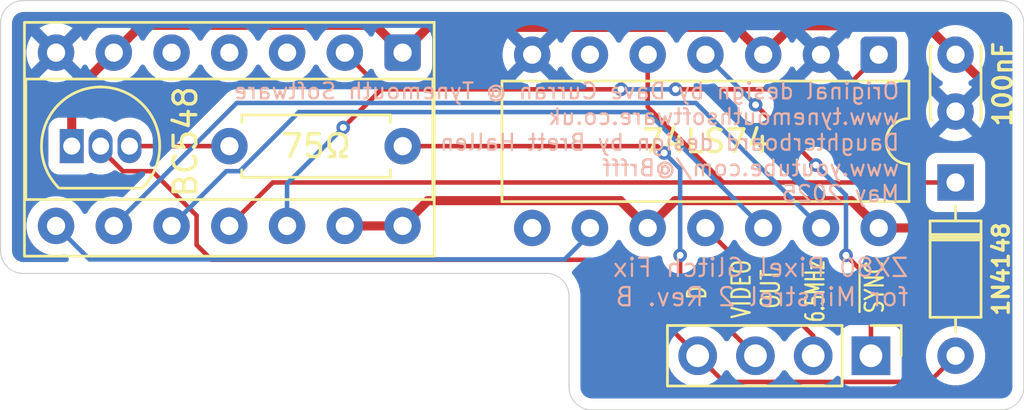
<source format=kicad_pcb>
(kicad_pcb (version 20241229) (generator "pcbnew") (generator_version "9.0")
  (title_block (title "Minstrel 2 v2.6 Pixel Sync Fix") (date "24-May-2025") (rev "Rev B") (company "Brett Hallen") (comment 1 "www.youtube.com/@Brfff") (comment 3 "www.tynemouthsoftware.co.uk") (comment 4 "Original design by Dave Curran @ Tynemouth Software"))
  (layers (0 "F.Cu" signal) (2 "B.Cu" signal) (13 "F.Paste" user) (15 "B.Paste" user) (5 "F.SilkS" user "F.Silkscreen") (7 "B.SilkS" user "B.Silkscreen") (1 "F.Mask" user) (3 "B.Mask" user) (25 "Edge.Cuts" user))
  (net 0 "")
  (net 1 "A")
  (net 2 "D")
  (net 3 "+5V")
  (net 4 "~{SYNC}")
  (net 5 "GND")
  (net 6 "SYNC")
  (net 9 "6.5MHz")
  (net 10 "B")
  (net 11 "C")
  (net 12 "VIDEO")
  (net 16 "VIDEO_OUT")
  (net 17 "Net-(TR101-E)")
  (footprint "Package_DIP:DIP-14_W7.62mm" (layer "F.Cu") (at 87.21 40.065 -90)
    (property "Reference" "IC202" (hide yes))
    (property "Value" "74LS74" (at 3.805 7.62 0) (layer "F.SilkS"))
    (fp_line (start 1.16 16.57) (end 6.46 16.57) (stroke (width 0.12)) (layer "F.SilkS"))
    (fp_line (start 6.46 16.57) (end 6.46 -1.33) (stroke (width 0.12)) (layer "F.SilkS"))
    (fp_line (start 1.16 -1.33) (end 1.16 16.57) (stroke (width 0.12)) (layer "F.SilkS"))
    (fp_line (start 2.81 -1.33) (end 1.16 -1.33) (stroke (width 0.12)) (layer "F.SilkS"))
    (fp_line (start 6.46 -1.33) (end 4.81 -1.33) (stroke (width 0.12)) (layer "F.SilkS"))
    (fp_arc (start 4.81 -1.33) (mid 3.81 -0.33) (end 2.81 -1.33) (stroke (width 0.12)) (layer "F.SilkS"))
    (pad "1" thru_hole roundrect (at 0 0 270) (size 1.6 1.6) (drill 0.8) (layers "*.Cu" "*.Mask") (roundrect_rratio 0.15625) (net 6 "SYNC"))
    (pad "2" thru_hole circle (at 0 2.54 270) (size 1.6 1.6) (drill 0.8) (layers "*.Cu" "*.Mask") (net 5 "GND"))
    (pad "3" thru_hole circle (at 0 5.08 270) (size 1.6 1.6) (drill 0.8) (layers "*.Cu" "*.Mask") (net 3 "+5V"))
    (pad "4" thru_hole circle (at 0 7.62 270) (size 1.6 1.6) (drill 0.8) (layers "*.Cu" "*.Mask") (net 4 "~{SYNC}"))
    (pad "5" thru_hole circle (at 0 10.16 270) (size 1.6 1.6) (drill 0.8) (layers "*.Cu" "*.Mask") (net 1 "A"))
    (pad "6" thru_hole circle (at 0 12.7 270) (size 1.6 1.6) (drill 0.8) (layers "*.Cu" "*.Mask"))
    (pad "7" thru_hole circle (at 0 15.24 270) (size 1.6 1.6) (drill 0.8) (layers "*.Cu" "*.Mask") (net 5 "GND"))
    (pad "8" thru_hole circle (at 7.62 15.24 270) (size 1.6 1.6) (drill 0.8) (layers "*.Cu" "*.Mask"))
    (pad "9" thru_hole circle (at 7.62 12.7 270) (size 1.6 1.6) (drill 0.8) (layers "*.Cu" "*.Mask") (net 11 "C"))
    (pad "10" thru_hole circle (at 7.62 10.16 270) (size 1.6 1.6) (drill 0.8) (layers "*.Cu" "*.Mask") (net 3 "+5V"))
    (pad "11" thru_hole circle (at 7.62 7.62 270) (size 1.6 1.6) (drill 0.8) (layers "*.Cu" "*.Mask") (net 9 "6.5MHz"))
    (pad "12" thru_hole circle (at 7.62 5.08 270) (size 1.6 1.6) (drill 0.8) (layers "*.Cu" "*.Mask") (net 12 "VIDEO"))
    (pad "13" thru_hole circle (at 7.62 2.54 270) (size 1.6 1.6) (drill 0.8) (layers "*.Cu" "*.Mask") (net 10 "B"))
    (pad "14" thru_hole circle (at 7.62 0 270) (size 1.6 1.6) (drill 0.8) (layers "*.Cu" "*.Mask") (net 3 "+5V"))
  )
  (footprint "Capacitor_THT:C_Disc_D3.0mm_W2.0mm_P2.50mm" (layer "F.Cu") (at 90.59 42.565 90)
    (property "Reference" "C1" (hide yes))
    (property "Value" "100nF" (at 1.206957 2.071911 90) (layer "F.SilkS") (effects (font (size 0.8 0.8))))
    (fp_line (start 2.87 -1.12) (end 2.87 -1.055) (stroke (width 0.12)) (layer "F.SilkS"))
    (fp_line (start -0.37 -1.12) (end 2.87 -1.12) (stroke (width 0.12)) (layer "F.SilkS"))
    (fp_line (start -0.37 -1.12) (end -0.37 -1.055) (stroke (width 0.12)) (layer "F.SilkS"))
    (fp_line (start 2.87 1.055) (end 2.87 1.12) (stroke (width 0.12)) (layer "F.SilkS"))
    (fp_line (start -0.37 1.055) (end -0.37 1.12) (stroke (width 0.12)) (layer "F.SilkS"))
    (fp_line (start -0.37 1.12) (end 2.87 1.12) (stroke (width 0.12)) (layer "F.SilkS"))
    (pad "1" thru_hole circle (at 0 0 90) (size 1.6 1.6) (drill 0.8) (layers "*.Cu" "*.Mask") (net 5 "GND"))
    (pad "2" thru_hole circle (at 2.5 0 90) (size 1.6 1.6) (drill 0.8) (layers "*.Cu" "*.Mask") (net 3 "+5V"))
  )
  (footprint "Resistor_THT:R_Axial_DIN0207_L6.3mm_D2.5mm_P7.62mm_Horizontal" (layer "F.Cu") (at 58.655 44.087)
    (property "Reference" "R100" (hide yes))
    (property "Value" "75Ω" (at 3.81 0 0) (layer "F.SilkS"))
    (fp_line (start 0.54 -1.37) (end 7.08 -1.37) (stroke (width 0.12)) (layer "F.SilkS"))
    (fp_line (start 0.54 -1.04) (end 0.54 -1.37) (stroke (width 0.12)) (layer "F.SilkS"))
    (fp_line (start 0.54 1.04) (end 0.54 1.37) (stroke (width 0.12)) (layer "F.SilkS"))
    (fp_line (start 0.54 1.37) (end 7.08 1.37) (stroke (width 0.12)) (layer "F.SilkS"))
    (fp_line (start 7.08 -1.37) (end 7.08 -1.04) (stroke (width 0.12)) (layer "F.SilkS"))
    (fp_line (start 7.08 1.37) (end 7.08 1.04) (stroke (width 0.12)) (layer "F.SilkS"))
    (pad "1" thru_hole circle (at 0 0) (size 1.6 1.6) (drill 0.8) (layers "*.Cu" "*.Mask") (net 17 "Net-(TR101-E)"))
    (pad "2" thru_hole oval (at 7.62 0) (size 1.6 1.6) (drill 0.8) (layers "*.Cu" "*.Mask") (net 16 "VIDEO_OUT"))
  )
  (footprint "Package_DIP:DIP-14_W7.62mm_Socket" (layer "F.Cu") (at 66.27 39.975 -90)
    (property "Reference" "J1" (hide yes))
    (property "Value" "IC201" (hide yes))
    (fp_line (start 1.16 16.57) (end 6.46 16.57) (stroke (width 0.12)) (layer "F.SilkS"))
    (fp_line (start 6.46 16.57) (end 6.46 -1.33) (stroke (width 0.12)) (layer "F.SilkS"))
    (fp_line (start 1.16 -1.33) (end 1.16 16.57) (stroke (width 0.12)) (layer "F.SilkS"))
    (fp_line (start 2.81 -1.33) (end 1.16 -1.33) (stroke (width 0.12)) (layer "F.SilkS"))
    (fp_line (start 6.46 -1.33) (end 2.81 -1.33) (stroke (width 0.12)) (layer "F.SilkS"))
    (fp_rect (start -1.33 -1.39) (end 8.95 16.63) (stroke (width 0.12)) (fill no) (layer "F.SilkS"))
    (pad "1" thru_hole roundrect (at 0 0 270) (size 1.6 1.6) (drill 0.8) (layers "*.Cu" "*.Mask") (roundrect_rratio 0.15625) (net 3 "+5V"))
    (pad "2" thru_hole circle (at 0 2.54 270) (size 1.6 1.6) (drill 0.8) (layers "*.Cu" "*.Mask") (net 6 "SYNC"))
    (pad "3" thru_hole circle (at 0 5.08 270) (size 1.6 1.6) (drill 0.8) (layers "*.Cu" "*.Mask"))
    (pad "4" thru_hole circle (at 0 7.62 270) (size 1.6 1.6) (drill 0.8) (layers "*.Cu" "*.Mask"))
    (pad "5" thru_hole circle (at 0 10.16 270) (size 1.6 1.6) (drill 0.8) (layers "*.Cu" "*.Mask"))
    (pad "6" thru_hole circle (at 0 12.7 270) (size 1.6 1.6) (drill 0.8) (layers "*.Cu" "*.Mask") (net 3 "+5V"))
    (pad "7" thru_hole circle (at 0 15.24 270) (size 1.6 1.6) (drill 0.8) (layers "*.Cu" "*.Mask") (net 5 "GND"))
    (pad "8" thru_hole circle (at 7.62 15.24 270) (size 1.6 1.6) (drill 0.8) (layers "*.Cu" "*.Mask") (net 11 "C"))
    (pad "9" thru_hole circle (at 7.62 12.7 270) (size 1.6 1.6) (drill 0.8) (layers "*.Cu" "*.Mask") (net 10 "B"))
    (pad "10" thru_hole circle (at 7.62 10.16 270) (size 1.6 1.6) (drill 0.8) (layers "*.Cu" "*.Mask") (net 12 "VIDEO"))
    (pad "11" thru_hole circle (at 7.62 7.62 270) (size 1.6 1.6) (drill 0.8) (layers "*.Cu" "*.Mask") (net 1 "A"))
    (pad "12" thru_hole circle (at 7.62 5.08 270) (size 1.6 1.6) (drill 0.8) (layers "*.Cu" "*.Mask") (net 6 "SYNC"))
    (pad "13" thru_hole circle (at 7.62 2.54 270) (size 1.6 1.6) (drill 0.8) (layers "*.Cu" "*.Mask") (net 3 "+5V"))
    (pad "14" thru_hole circle (at 7.62 0 270) (size 1.6 1.6) (drill 0.8) (layers "*.Cu" "*.Mask") (net 3 "+5V"))
  )
  (footprint "Package_TO_SOT_THT:TO-92_Inline" (layer "F.Cu") (at 51.72 44.085)
    (property "Reference" "TR101" (hide yes))
    (property "Value" "BC548" (at 5 -0.19122 90) (layer "F.SilkS"))
    (fp_line (start -0.53 1.85) (end 3.07 1.85) (stroke (width 0.12)) (layer "F.SilkS"))
    (fp_arc (start -0.568478 1.838478) (mid -1.132087 -0.994977) (end 1.27 -2.6) (stroke (width 0.12)) (layer "F.SilkS"))
    (fp_arc (start 1.27 -2.6) (mid 3.672087 -0.994977) (end 3.108478 1.838478) (stroke (width 0.12)) (layer "F.SilkS"))
    (pad "1" thru_hole rect (at 0 0) (size 1.05 1.5) (drill 0.75) (layers "*.Cu" "*.Mask") (net 3 "+5V"))
    (pad "2" thru_hole oval (at 1.27 0) (size 1.05 1.5) (drill 0.75) (layers "*.Cu" "*.Mask") (net 2 "D"))
    (pad "3" thru_hole oval (at 2.54 0) (size 1.05 1.5) (drill 0.75) (layers "*.Cu" "*.Mask") (net 17 "Net-(TR101-E)"))
  )
  (footprint "Diode_THT:D_DO-35_SOD27_P7.62mm_Horizontal" (layer "F.Cu") (at 90.59 45.685 -90)
    (property "Reference" "D202" (hide yes))
    (property "Value" "1N4148" (at 3.81 -2 90) (layer "F.SilkS") (effects (font (size 0.7 0.7))))
    (fp_line (start 1.69 1.12) (end 5.93 1.12) (stroke (width 0.12)) (layer "F.SilkS"))
    (fp_line (start 5.93 1.12) (end 5.93 -1.12) (stroke (width 0.12)) (layer "F.SilkS"))
    (fp_line (start 1.04 0) (end 1.69 0) (stroke (width 0.12)) (layer "F.SilkS"))
    (fp_line (start 6.58 0) (end 5.93 0) (stroke (width 0.12)) (layer "F.SilkS"))
    (fp_line (start 1.69 -1.12) (end 1.69 1.12) (stroke (width 0.12)) (layer "F.SilkS"))
    (fp_line (start 2.29 -1.12) (end 2.29 1.12) (stroke (width 0.12)) (layer "F.SilkS"))
    (fp_line (start 2.41 -1.12) (end 2.41 1.12) (stroke (width 0.12)) (layer "F.SilkS"))
    (fp_line (start 2.53 -1.12) (end 2.53 1.12) (stroke (width 0.12)) (layer "F.SilkS"))
    (fp_line (start 5.93 -1.12) (end 1.69 -1.12) (stroke (width 0.12)) (layer "F.SilkS"))
    (pad "1" thru_hole rect (at 0 0 270) (size 1.6 1.6) (drill 0.8) (layers "*.Cu" "*.Mask") (net 1 "A"))
    (pad "2" thru_hole oval (at 7.62 0 270) (size 1.6 1.6) (drill 0.8) (layers "*.Cu" "*.Mask") (net 2 "D"))
  )
  (footprint "Connector_PinHeader_2.54mm:PinHeader_1x04_P2.54mm_Vertical" (layer "F.Cu") (at 86.8687 53.305 -90)
    (property "Reference" "J2" (hide yes))
    (property "Value" "To_Minstrel2" (hide yes))
    (fp_line (start -1.33 8.95) (end 1.33 8.95) (stroke (width 0.12)) (layer "F.SilkS"))
    (fp_line (start -1.33 1.27) (end -1.33 8.95) (stroke (width 0.12)) (layer "F.SilkS"))
    (fp_line (start -1.33 1.27) (end 1.33 1.27) (stroke (width 0.12)) (layer "F.SilkS"))
    (fp_line (start 1.33 1.27) (end 1.33 8.95) (stroke (width 0.12)) (layer "F.SilkS"))
    (fp_line (start -1.33 0) (end -1.33 -1.33) (stroke (width 0.12)) (layer "F.SilkS"))
    (fp_line (start -1.33 -1.33) (end 0 -1.33) (stroke (width 0.12)) (layer "F.SilkS"))
    (pad "1" thru_hole rect (at 0 0 270) (size 1.7 1.7) (drill 1) (layers "*.Cu" "*.Mask") (net 4 "~{SYNC}"))
    (pad "2" thru_hole oval (at 0 2.54 270) (size 1.7 1.7) (drill 1) (layers "*.Cu" "*.Mask") (net 9 "6.5MHz"))
    (pad "3" thru_hole oval (at 0 5.08 270) (size 1.7 1.7) (drill 1) (layers "*.Cu" "*.Mask") (net 16 "VIDEO_OUT"))
    (pad "4" thru_hole oval (at 0 7.62 270) (size 1.7 1.7) (drill 1) (layers "*.Cu" "*.Mask") (net 2 "D"))
  )
  (gr_arc (start 93.59 54.685) (mid 93.297107 55.392107) (end 92.59 55.685) (stroke (width 0.05)) (layer "Edge.Cuts"))
  (gr_arc (start 48.59 38.685) (mid 48.882893 37.977893) (end 49.59 37.685) (stroke (width 0.05)) (layer "Edge.Cuts"))
  (gr_line (start 49.59 37.685) (end 92.59 37.685) (stroke (width 0.05)) (layer "Edge.Cuts"))
  (gr_arc (start 92.59 37.685) (mid 93.297107 37.977893) (end 93.59 38.685) (stroke (width 0.05)) (layer "Edge.Cuts"))
  (gr_arc (start 49.59 49.685) (mid 48.882893 49.392107) (end 48.59 48.685) (stroke (width 0.05)) (layer "Edge.Cuts"))
  (gr_arc (start 72.59 49.685) (mid 73.297107 49.977893) (end 73.59 50.685) (stroke (width 0.05)) (layer "Edge.Cuts"))
  (gr_line (start 72.59 49.685) (end 49.59 49.685) (stroke (width 0.05)) (layer "Edge.Cuts"))
  (gr_line (start 93.59 38.685) (end 93.59 54.685) (stroke (width 0.05)) (layer "Edge.Cuts"))
  (gr_arc (start 74.59 55.685) (mid 73.882893 55.392107) (end 73.59 54.685) (stroke (width 0.05)) (layer "Edge.Cuts"))
  (gr_line (start 48.59 48.685) (end 48.59 38.685) (stroke (width 0.05)) (layer "Edge.Cuts"))
  (gr_line (start 92.59 55.685) (end 74.59 55.685) (stroke (width 0.05)) (layer "Edge.Cuts"))
  (gr_line (start 73.59 54.685) (end 73.59 50.685) (stroke (width 0.05)) (layer "Edge.Cuts"))
  (gr_text "VIDEO\nOUT" (at 82.923697 50.374158 90) (layer "F.SilkS") (effects (font (size 0.8 0.6) (thickness 0.1)) (justify bottom)))
  (gr_text "6.5MHz" (at 84.883232 51.883001 90) (layer "F.SilkS") (effects (font (size 0.8 0.5) (thickness 0.1)) (justify left bottom)))
  (gr_text "~{SYNC}" (at 87.492515 51.505 90) (layer "F.SilkS") (effects (font (size 0.8 0.6) (thickness 0.1)) (justify left bottom)))
  (gr_text "D" (at 79.684053 50.901516 90) (layer "F.SilkS") (effects (font (size 0.8 0.6) (thickness 0.1)) (justify left bottom)))
  (gr_text "Original design by Dave Curran @ Tynemouth Software\nwww.tynemouthsoftware.co.uk\nDaughterboard design by Brett Hallen\nwww.youtube.com/@Brfff\nMay 2025" (at 88.176718 46.587031 0) (layer "B.SilkS") (effects (font (size 0.7 0.7) (thickness 0.1)) (justify left bottom mirror)))
  (gr_text "ZX80 Pixel Glitch Fix\nfor Minstrel 2 Rev. B" (at 88.576718 51.187031 0) (layer "B.SilkS") (effects (font (size 0.8 0.8) (thickness 0.1)) (justify left bottom mirror)))
  (segment (start 58.65 47.595) (end 60.56 45.685) (width 0.2) (layer "F.Cu") (net 1))
  (segment (start 77.05 42.360313) (end 77.05 40.065) (width 0.2) (layer "F.Cu") (net 1))
  (segment (start 80.374687 45.685) (end 77.05 42.360313) (width 0.2) (layer "F.Cu") (net 1))
  (segment (start 80.374687 45.685) (end 90.59 45.685) (width 0.2) (layer "F.Cu") (net 1))
  (segment (start 60.56 45.685) (end 80.374687 45.685) (width 0.2) (layer "F.Cu") (net 1))
  (segment (start 57.211 47.13895) (end 57.211 48.42914) (width 0.2) (layer "F.Cu") (net 2))
  (segment (start 89.439 54.456) (end 90.59 53.305) (width 0.2) (layer "F.Cu") (net 2))
  (segment (start 52.99 44.085) (end 52.99 44.20814) (width 0.2) (layer "F.Cu") (net 2))
  (segment (start 79.2487 53.305) (end 80.3997 54.456) (width 0.2) (layer "F.Cu") (net 2))
  (segment (start 52.99 44.20814) (end 53.96986 45.188) (width 0.2) (layer "F.Cu") (net 2))
  (segment (start 53.96986 45.188) (end 55.26005 45.188) (width 0.2) (layer "F.Cu") (net 2))
  (segment (start 57.86586 49.084) (end 75.0277 49.084) (width 0.2) (layer "F.Cu") (net 2))
  (segment (start 55.26005 45.188) (end 57.211 47.13895) (width 0.2) (layer "F.Cu") (net 2))
  (segment (start 57.211 48.42914) (end 57.86586 49.084) (width 0.2) (layer "F.Cu") (net 2))
  (segment (start 80.3997 54.456) (end 89.439 54.456) (width 0.2) (layer "F.Cu") (net 2))
  (segment (start 75.0277 49.084) (end 79.2487 53.305) (width 0.2) (layer "F.Cu") (net 2))
  (segment (start 91.3187 47.685) (end 92.3767 46.627) (width 0.4) (layer "F.Cu") (net 3))
  (segment (start 51.72 41.825) (end 51.72 44.085) (width 0.4) (layer "F.Cu") (net 3))
  (segment (start 92.3767 41.8517) (end 90.59 40.065) (width 0.4) (layer "F.Cu") (net 3))
  (segment (start 87.21 47.685) (end 91.3187 47.685) (width 0.4) (layer "F.Cu") (net 3))
  (segment (start 54.771 38.774) (end 53.57 39.975) (width 0.4) (layer "F.Cu") (net 3))
  (segment (start 65.069 38.774) (end 54.771 38.774) (width 0.4) (layer "F.Cu") (net 3))
  (segment (start 89.32 38.795) (end 90.59 40.065) (width 0.4) (layer "F.Cu") (net 3))
  (segment (start 53.57 39.975) (end 51.72 41.825) (width 0.4) (layer "F.Cu") (net 3))
  (segment (start 66.27 39.975) (end 65.069 38.774) (width 0.4) (layer "F.Cu") (net 3))
  (segment (start 66.27 39.975) (end 67.381 38.864) (width 0.4) (layer "F.Cu") (net 3))
  (segment (start 67.381 38.864) (end 80.929 38.864) (width 0.4) (layer "F.Cu") (net 3))
  (segment (start 63.73 47.595) (end 66.27 47.595) (width 0.4) (layer "F.Cu") (net 3))
  (segment (start 67.381 46.484) (end 75.849 46.484) (width 0.4) (layer "F.Cu") (net 3))
  (segment (start 86.009 46.484) (end 87.21 47.685) (width 0.4) (layer "F.Cu") (net 3))
  (segment (start 80.929 38.864) (end 82.13 40.065) (width 0.4) (layer "F.Cu") (net 3))
  (segment (start 82.13 40.065) (end 83.4 38.795) (width 0.4) (layer "F.Cu") (net 3))
  (segment (start 66.27 47.595) (end 67.381 46.484) (width 0.4) (layer "F.Cu") (net 3))
  (segment (start 77.05 47.685) (end 78.251 46.484) (width 0.4) (layer "F.Cu") (net 3))
  (segment (start 78.251 46.484) (end 86.009 46.484) (width 0.4) (layer "F.Cu") (net 3))
  (segment (start 75.849 46.484) (end 77.05 47.685) (width 0.4) (layer "F.Cu") (net 3))
  (segment (start 83.4 38.795) (end 89.32 38.795) (width 0.4) (layer "F.Cu") (net 3))
  (segment (start 92.3767 46.627) (end 92.3767 41.8517) (width 0.4) (layer "F.Cu") (net 3))
  (segment (start 86.8687 49.984731) (end 86.8687 53.305) (width 0.2) (layer "F.Cu") (net 4))
  (segment (start 85.771 48.887031) (end 86.8687 49.984731) (width 0.2) (layer "F.Cu") (net 4))
  (segment (start 81.794374 42.269375) (end 84.444374 44.919375) (width 0.2) (layer "F.Cu") (net 4))
  (via (at 81.794374 42.269375) (size 0.6) (drill 0.3) (layers "F.Cu" "B.Cu") (net 4))
  (via (at 84.444374 44.919375) (size 0.6) (drill 0.3) (layers "F.Cu" "B.Cu") (net 4))
  (via (at 85.771 48.887031) (size 0.6) (drill 0.3) (layers "F.Cu" "B.Cu") (net 4))
  (segment (start 79.59 40.065) (end 81.794374 42.269375) (width 0.2) (layer "B.Cu") (net 4))
  (segment (start 85.771 46.246) (end 85.771 48.887031) (width 0.2) (layer "B.Cu") (net 4))
  (segment (start 84.444374 44.919375) (end 85.771 46.246) (width 0.2) (layer "B.Cu") (net 4))
  (segment (start 84.67 40.065) (end 85.871 38.864) (width 0.4) (layer "B.Cu") (net 5))
  (segment (start 70.592031 38.687031) (end 71.97 40.065) (width 0.4) (layer "B.Cu") (net 5))
  (segment (start 71.97 40.065) (end 73.247969 38.787031) (width 0.4) (layer "B.Cu") (net 5))
  (segment (start 85.871 38.864) (end 88.553687 38.864) (width 0.4) (layer "B.Cu") (net 5))
  (segment (start 88.776718 40.751718) (end 90.59 42.565) (width 0.4) (layer "B.Cu") (net 5))
  (segment (start 73.247969 38.787031) (end 83.392031 38.787031) (width 0.4) (layer "B.Cu") (net 5))
  (segment (start 88.776718 39.087031) (end 88.776718 40.751718) (width 0.4) (layer "B.Cu") (net 5))
  (segment (start 51.03 39.975) (end 52.317969 38.687031) (width 0.4) (layer "B.Cu") (net 5))
  (segment (start 52.317969 38.687031) (end 70.592031 38.687031) (width 0.4) (layer "B.Cu") (net 5))
  (segment (start 83.392031 38.787031) (end 84.67 40.065) (width 0.4) (layer "B.Cu") (net 5))
  (segment (start 88.553687 38.864) (end 88.776718 39.087031) (width 0.4) (layer "B.Cu") (net 5))
  (segment (start 63.659374 43.269687) (end 65.342031 41.587031) (width 0.2) (layer "F.Cu") (net 6))
  (segment (start 87.21 40.065) (end 85.687969 41.587031) (width 0.2) (layer "F.Cu") (net 6))
  (segment (start 65.342031 41.587031) (end 63.73 39.975) (width 0.2) (layer "F.Cu") (net 6))
  (segment (start 85.687969 41.587031) (end 78.276718 41.587031) (width 0.2) (layer "F.Cu") (net 6))
  (segment (start 75.876718 41.587031) (end 65.342031 41.587031) (width 0.2) (layer "F.Cu") (net 6))
  (via (at 78.276718 41.587031) (size 0.6) (drill 0.3) (layers "F.Cu" "B.Cu") (net 6))
  (via (at 75.876718 41.587031) (size 0.6) (drill 0.3) (layers "F.Cu" "B.Cu") (net 6))
  (via (at 63.659374 43.269687) (size 0.6) (drill 0.3) (layers "F.Cu" "B.Cu") (net 6))
  (segment (start 78.276718 41.587031) (end 75.876718 41.587031) (width 0.2) (layer "B.Cu") (net 6))
  (segment (start 61.19 47.595) (end 61.19 45.739061) (width 0.2) (layer "B.Cu") (net 6))
  (segment (start 61.19 45.739061) (end 63.659374 43.269687) (width 0.2) (layer "B.Cu") (net 6))
  (segment (start 79.59 47.685) (end 84.3287 52.4237) (width 0.2) (layer "F.Cu") (net 9))
  (segment (start 84.3287 52.4237) (end 84.3287 53.305) (width 0.2) (layer "F.Cu") (net 9))
  (segment (start 58.976969 42.188031) (end 53.57 47.595) (width 0.2) (layer "B.Cu") (net 10))
  (segment (start 84.67 47.685) (end 79.173031 42.188031) (width 0.2) (layer "B.Cu") (net 10))
  (segment (start 79.173031 42.188031) (end 58.976969 42.188031) (width 0.2) (layer "B.Cu") (net 10))
  (segment (start 74.51 47.953749) (end 74.51 47.685) (width 0.2) (layer "B.Cu") (net 11))
  (segment (start 73.396256 49.067493) (end 74.51 47.953749) (width 0.2) (layer "B.Cu") (net 11))
  (segment (start 51.03 47.595) (end 52.502493 49.067493) (width 0.2) (layer "B.Cu") (net 11))
  (segment (start 52.502493 49.067493) (end 73.396256 49.067493) (width 0.2) (layer "B.Cu") (net 11))
  (segment (start 82.13 47.685) (end 77.034031 42.589031) (width 0.2) (layer "B.Cu") (net 12))
  (segment (start 61.710018 42.589031) (end 59.11105 45.188) (width 0.2) (layer "B.Cu") (net 12))
  (segment (start 77.034031 42.589031) (end 61.710018 42.589031) (width 0.2) (layer "B.Cu") (net 12))
  (segment (start 59.11105 45.188) (end 58.517 45.188) (width 0.2) (layer "B.Cu") (net 12))
  (segment (start 58.517 45.188) (end 56.11 47.595) (width 0.2) (layer "B.Cu") (net 12))
  (segment (start 77.476687 44.087) (end 66.275 44.087) (width 0.2) (layer "F.Cu") (net 16))
  (segment (start 78.476718 49.993018) (end 81.7887 53.305) (width 0.2) (layer "F.Cu") (net 16))
  (segment (start 77.776718 44.387031) (end 77.476687 44.087) (width 0.2) (layer "F.Cu") (net 16))
  (segment (start 78.476718 48.887031) (end 78.476718 49.993018) (width 0.2) (layer "F.Cu") (net 16))
  (via (at 77.776718 44.387031) (size 0.6) (drill 0.3) (layers "F.Cu" "B.Cu") (net 16))
  (via (at 78.476718 48.887031) (size 0.6) (drill 0.3) (layers "F.Cu" "B.Cu") (net 16))
  (segment (start 77.776718 44.387031) (end 78.476718 45.087031) (width 0.2) (layer "B.Cu") (net 16))
  (segment (start 78.476718 45.087031) (end 78.476718 48.887031) (width 0.2) (layer "B.Cu") (net 16))
  (segment (start 58.653 44.085) (end 58.655 44.087) (width 0.2) (layer "F.Cu") (net 17))
  (segment (start 54.26 44.085) (end 58.653 44.085) (width 0.2) (layer "F.Cu") (net 17))
  (zone (net 5) (net_name "GND") (layer "B.Cu") (connect_pads (clearance 0.5)) (min_thickness 0.25) (fill yes (thermal_gap 0.5) (thermal_bridge_width 0.5))
    (polygon (pts (xy 48.59 37.685) (xy 93.59 37.685) (xy 93.59 55.685) (xy 73.59 55.685) (xy 73.59 49.685) (xy 48.59 49.685)))
  )
)
</source>
